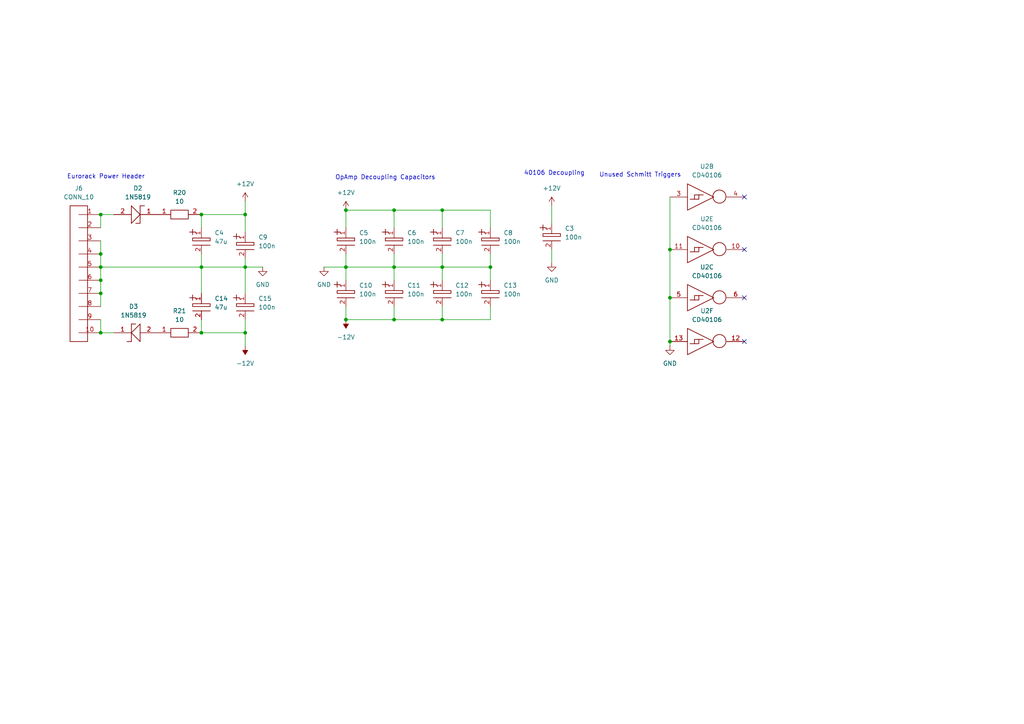
<source format=kicad_sch>
(kicad_sch (version 20250114) (generator "eeschema") (generator_version "9.0")
  (paper "A4")
  (lib_symbols
    (symbol "V_Connector:CONN_10"
      (property "Reference" "J" (at -4.445 24.765 0))
      (property "Value" "CONN_10" (at -4.445 22.225 0))
      (symbol "CONN_10_0_0"
        (rectangle (start -1.27 20.32) (end 3.81 -19.05) (stroke (width 0.2032)))
      )
      (symbol "CONN_10_1_0"
        (pin unspecified line (at -5.08 17.78 0) (length 6.35) (name "~") (number "1"))
        (pin unspecified line (at -5.08 13.97 0) (length 6.35) (name "~") (number "2"))
        (pin unspecified line (at -5.08 10.16 0) (length 6.35) (name "~") (number "3"))
        (pin unspecified line (at -5.08 6.35 0) (length 6.35) (name "~") (number "4"))
        (pin unspecified line (at -5.08 2.54 0) (length 6.35) (name "~") (number "5"))
        (pin unspecified line (at -5.08 -1.27 0) (length 6.35) (name "~") (number "6"))
        (pin unspecified line (at -5.08 -5.08 0) (length 6.35) (name "~") (number "7"))
        (pin unspecified line (at -5.08 -8.89 0) (length 6.35) (name "~") (number "8"))
        (pin unspecified line (at -5.08 -12.7 0) (length 6.35) (name "~") (number "9"))
        (pin unspecified line (at -5.08 -16.51 0) (length 6.35) (name "~") (number "10"))
      )
    )
    (symbol "V_Diode:ZENER"
      (property "Reference" "D" (at -2.54 11.43 0))
      (property "Value" "ZENER" (at -2.54 8.89 0))
      (symbol "ZENER_0_0"
        (polyline (pts (xy -2.54 1.27) (xy -2.54 2.54)) (stroke (width 0.2032)))
        (polyline (pts (xy -2.54 1.27) (xy 2.54 1.27)) (stroke (width 0.2032)))
        (polyline (pts (xy -2.54 -1.27) (xy 2.54 -1.27)) (stroke (width 0.2032)))
        (polyline (pts (xy 0 1.27) (xy -2.54 -1.27)) (stroke (width 0.2032)))
        (polyline (pts (xy 2.54 1.27) (xy 2.54 0)) (stroke (width 0.2032)))
        (polyline (pts (xy 2.54 -1.27) (xy 0 1.27)) (stroke (width 0.2032)))
      )
      (symbol "ZENER_1_0"
        (pin unspecified line (at 0 6.35 270) (length 5.08) (name "~") (number "1"))
        (pin unspecified line (at 0 -6.35 90) (length 5.08) (name "~") (number "2"))
      )
    )
    (symbol "V_Logic:CD40106"
      (property "Reference" "U" (at -10.795 12.7 0))
      (property "Value" "CD40106" (at -10.795 10.16 0))
      (symbol "CD40106_0_0"
        (polyline (pts (xy -6.35 3.81) (xy -6.35 -3.81) (xy 1.27 0) (xy -6.35 3.81)) (stroke (width 0.2032)))
        (polyline (pts (xy -4.318 -0.635) (xy -4.318 0.635) (xy -1.778 0.635)) (stroke (width 0.2032)))
        (polyline (pts (xy -3.048 0.635) (xy -3.048 -0.635) (xy -5.588 -0.635)) (stroke (width 0.2032)))
        (circle (center 2.921 0.127) (radius 1.905) (stroke (width 0.2032)))
      )
      (symbol "CD40106_1_0"
        (pin unspecified line (at -11.43 0 0) (length 5.08) (name "~") (number "1"))
        (pin unspecified line (at -2.54 7.62 270) (length 5.08) (name "~") (number "14"))
        (pin unspecified line (at -2.54 -7.62 90) (length 5.08) (name "~") (number "7"))
        (pin unspecified line (at 10.16 0 180) (length 5.08) (name "~") (number "2"))
      )
      (symbol "CD40106_2_0"
        (pin unspecified line (at -11.43 0 0) (length 5.08) (name "~") (number "3"))
        (pin unspecified line (at 10.16 0 180) (length 5.08) (name "~") (number "4"))
      )
      (symbol "CD40106_3_0"
        (pin unspecified line (at -11.43 0 0) (length 5.08) (name "~") (number "5"))
        (pin unspecified line (at 10.16 0 180) (length 5.08) (name "~") (number "6"))
      )
      (symbol "CD40106_4_0"
        (pin unspecified line (at -11.43 0 0) (length 5.08) (name "~") (number "9"))
        (pin unspecified line (at 10.16 0 180) (length 5.08) (name "~") (number "8"))
      )
      (symbol "CD40106_5_0"
        (pin unspecified line (at -11.43 0 0) (length 5.08) (name "~") (number "11"))
        (pin unspecified line (at 10.16 0 180) (length 5.08) (name "~") (number "10"))
      )
      (symbol "CD40106_6_0"
        (pin unspecified line (at -11.43 0 0) (length 5.08) (name "~") (number "13"))
        (pin unspecified line (at 10.16 0 180) (length 5.08) (name "~") (number "12"))
      )
    )
    (symbol "V_Passive:C-ELECTRO_RA1_2"
      (property "Reference" "C" (at -3.175 8.89 0))
      (property "Value" "C-ELECTRO_RA1_2" (at -3.175 6.35 0))
      (symbol "C-ELECTRO_RA1_2_0_0"
        (polyline (pts (xy -3.81 1.27) (xy 1.27 1.27)) (stroke (width 0.2032)))
        (polyline (pts (xy 1.27 -0.8128) (xy -3.81 -0.8128) (xy -3.81 0) (xy 1.27 0) (xy 1.27 -0.8128)) (stroke (width 0.2032)))
        (polyline (pts (xy 1.27 -1.778) (xy 1.27 -3.3528)) (stroke (width 0.2032)))
        (polyline (pts (xy 2.159 -2.54) (xy 0.3302 -2.54)) (stroke (width 0.2032)))
      )
      (symbol "C-ELECTRO_RA1_2_1_0"
        (pin unspecified line (at -1.27 3.81 270) (length 2.54) (name "~") (number "2"))
        (pin unspecified line (at -1.27 -3.81 90) (length 3.048) (name "~") (number "1"))
      )
    )
    (symbol "V_Passive:C-ELECTRO_RA1_3"
      (property "Reference" "C" (at -3.175 8.89 0))
      (property "Value" "C-ELECTRO_RA1_3" (at -3.175 6.35 0))
      (symbol "C-ELECTRO_RA1_3_0_0"
        (polyline (pts (xy -3.81 1.27) (xy 1.27 1.27)) (stroke (width 0.2032)))
        (polyline (pts (xy 1.27 -0.8128) (xy -3.81 -0.8128) (xy -3.81 0) (xy 1.27 0) (xy 1.27 -0.8128)) (stroke (width 0.2032)))
        (polyline (pts (xy 1.27 -1.778) (xy 1.27 -3.3528)) (stroke (width 0.2032)))
        (polyline (pts (xy 2.159 -2.54) (xy 0.3302 -2.54)) (stroke (width 0.2032)))
      )
      (symbol "C-ELECTRO_RA1_3_1_0"
        (pin unspecified line (at -1.27 3.81 270) (length 2.54) (name "~") (number "2"))
        (pin unspecified line (at -1.27 -3.81 90) (length 3.048) (name "~") (number "1"))
      )
    )
    (symbol "V_Passive:R"
      (property "Reference" "R" (at -1.27 11.43 0))
      (property "Value" "R" (at -1.27 8.89 0))
      (symbol "R_0_0"
        (rectangle (start -1.27 2.54) (end 1.27 -2.54) (stroke (width 0.2032)))
      )
      (symbol "R_1_0"
        (pin unspecified line (at 0 6.35 270) (length 3.81) (name "~") (number "1"))
        (pin unspecified line (at 0 -6.35 90) (length 3.81) (name "~") (number "2"))
      )
    )
    (symbol "power:+15V" (power) (pin_numbers (hide yes)) (pin_names (offset 0) (hide yes))
      (property "Value" "+15V" (at 0 3.556 0))
      (symbol "+15V_0_1"
        (polyline (pts (xy -0.762 1.27) (xy 0 2.54)))
        (polyline (pts (xy 0 2.54) (xy 0.762 1.27)))
        (polyline (pts (xy 0 0) (xy 0 2.54)))
      )
      (symbol "+15V_1_1"
        (pin power_in line (at 0 0 90) (length 0) (name "~") (number "1"))
      )
    )
    (symbol "power:-15V" (power) (pin_numbers (hide yes)) (pin_names (offset 0) (hide yes))
      (property "Value" "-15V" (at 0 3.556 0))
      (symbol "-15V_0_0"
        (pin power_in line (at 0 0 90) (length 0) (name "~") (number "1"))
      )
      (symbol "-15V_0_1"
        (polyline (pts (xy 0 0) (xy 0 1.27) (xy 0.762 1.27) (xy 0 2.54) (xy -0.762 1.27) (xy 0 1.27)) (fill (type outline)))
      )
    )
    (symbol "power:GND" (power) (pin_numbers (hide yes)) (pin_names (offset 0) (hide yes))
      (property "Value" "GND" (at 0 -3.81 0))
      (symbol "GND_0_1"
        (polyline (pts (xy 0 0) (xy 0 -1.27) (xy 1.27 -1.27) (xy 0 -2.54) (xy -1.27 -1.27) (xy 0 -1.27)))
      )
      (symbol "GND_1_1"
        (pin power_in line (at 0 0 270) (length 0) (name "~") (number "1"))
      )
    )
  )
  (text "Unused Schmitt Triggers" (at 185.674 50.8 0) (effects (font (size 1.27 1.27))))
  (text "OpAmp Decoupling Capacitors\n" (at 111.76 51.562 0) (effects (font (size 1.27 1.27))))
  (text "40106 Decoupling" (at 160.782 50.292 0) (effects (font (size 1.27 1.27))))
  (text "Eurorack Power Header" (at 30.734 51.308 0) (effects (font (size 1.27 1.27))))
  (junction (at 58.42 62.23))
  (junction (at 29.21 85.09))
  (junction (at 58.42 96.52))
  (junction (at 29.21 73.66))
  (junction (at 71.12 62.23))
  (junction (at 142.24 77.47))
  (junction (at 194.31 86.36))
  (junction (at 100.33 92.71))
  (junction (at 29.21 96.52))
  (junction (at 71.12 96.52))
  (junction (at 194.31 99.06))
  (junction (at 114.3 77.47))
  (junction (at 128.27 77.47))
  (junction (at 29.21 62.23))
  (junction (at 100.33 60.96))
  (junction (at 114.3 92.71))
  (junction (at 128.27 60.96))
  (junction (at 58.42 77.47))
  (junction (at 71.12 77.47))
  (junction (at 114.3 60.96))
  (junction (at 100.33 77.47))
  (junction (at 194.31 72.39))
  (junction (at 128.27 92.71))
  (junction (at 29.21 77.47))
  (junction (at 29.21 81.28))
  (no_connect (at 215.9 57.15))
  (no_connect (at 215.9 99.06))
  (no_connect (at 215.9 72.39))
  (no_connect (at 215.9 86.36))
  (wire (pts (xy 142.24 60.96) (xy 142.24 66.04)))
  (wire (pts (xy 194.31 86.36) (xy 194.31 72.39)))
  (wire (pts (xy 71.12 96.52) (xy 71.12 100.33)))
  (wire (pts (xy 71.12 62.23) (xy 71.12 67.31)))
  (wire (pts (xy 58.42 73.66) (xy 58.42 77.47)))
  (wire (pts (xy 29.21 77.47) (xy 29.21 81.28)))
  (wire (pts (xy 29.21 69.85) (xy 29.21 73.66)))
  (wire (pts (xy 100.33 77.47) (xy 100.33 81.28)))
  (wire (pts (xy 128.27 73.66) (xy 128.27 77.47)))
  (wire (pts (xy 194.31 99.06) (xy 194.31 86.36)))
  (wire (pts (xy 114.3 88.9) (xy 114.3 92.71)))
  (wire (pts (xy 100.33 73.66) (xy 100.33 77.47)))
  (wire (pts (xy 128.27 77.47) (xy 128.27 81.28)))
  (wire (pts (xy 71.12 96.52) (xy 71.12 92.71)))
  (wire (pts (xy 142.24 88.9) (xy 142.24 92.71)))
  (wire (pts (xy 114.3 92.71) (xy 100.33 92.71)))
  (wire (pts (xy 100.33 77.47) (xy 114.3 77.47)))
  (wire (pts (xy 194.31 57.15) (xy 194.31 72.39)))
  (wire (pts (xy 29.21 73.66) (xy 29.21 77.47)))
  (wire (pts (xy 71.12 58.42) (xy 71.12 62.23)))
  (wire (pts (xy 29.21 85.09) (xy 29.21 88.9)))
  (wire (pts (xy 128.27 60.96) (xy 128.27 66.04)))
  (wire (pts (xy 58.42 62.23) (xy 71.12 62.23)))
  (wire (pts (xy 58.42 92.71) (xy 58.42 96.52)))
  (wire (pts (xy 100.33 60.96) (xy 114.3 60.96)))
  (wire (pts (xy 114.3 77.47) (xy 128.27 77.47)))
  (wire (pts (xy 71.12 77.47) (xy 71.12 74.93)))
  (wire (pts (xy 160.02 72.39) (xy 160.02 76.2)))
  (wire (pts (xy 100.33 88.9) (xy 100.33 92.71)))
  (wire (pts (xy 128.27 88.9) (xy 128.27 92.71)))
  (wire (pts (xy 128.27 60.96) (xy 142.24 60.96)))
  (wire (pts (xy 100.33 60.96) (xy 100.33 66.04)))
  (wire (pts (xy 142.24 77.47) (xy 142.24 81.28)))
  (wire (pts (xy 160.02 59.69) (xy 160.02 64.77)))
  (wire (pts (xy 128.27 92.71) (xy 142.24 92.71)))
  (wire (pts (xy 71.12 77.47) (xy 76.2 77.47)))
  (wire (pts (xy 128.27 77.47) (xy 142.24 77.47)))
  (wire (pts (xy 114.3 60.96) (xy 114.3 66.04)))
  (wire (pts (xy 29.21 62.23) (xy 29.21 66.04)))
  (wire (pts (xy 29.21 96.52) (xy 33.02 96.52)))
  (wire (pts (xy 58.42 77.47) (xy 58.42 85.09)))
  (wire (pts (xy 93.98 77.47) (xy 100.33 77.47)))
  (wire (pts (xy 114.3 92.71) (xy 128.27 92.71)))
  (wire (pts (xy 194.31 100.33) (xy 194.31 99.06)))
  (wire (pts (xy 29.21 62.23) (xy 33.02 62.23)))
  (wire (pts (xy 142.24 73.66) (xy 142.24 77.47)))
  (wire (pts (xy 114.3 73.66) (xy 114.3 77.47)))
  (wire (pts (xy 58.42 96.52) (xy 71.12 96.52)))
  (wire (pts (xy 58.42 77.47) (xy 71.12 77.47)))
  (wire (pts (xy 29.21 77.47) (xy 58.42 77.47)))
  (wire (pts (xy 29.21 81.28) (xy 29.21 85.09)))
  (wire (pts (xy 114.3 77.47) (xy 114.3 81.28)))
  (wire (pts (xy 29.21 92.71) (xy 29.21 96.52)))
  (wire (pts (xy 114.3 60.96) (xy 128.27 60.96)))
  (wire (pts (xy 58.42 62.23) (xy 58.42 66.04)))
  (wire (pts (xy 71.12 77.47) (xy 71.12 85.09)))
  (symbol (lib_id "power:+15V") (at 160.02 59.69 0) (unit 1)
    (property "Reference" "#PWR026" (effects (hide yes)))
    (property "Value" "+12V" (at 160.02 54.61 0))
    (property "Description" "Power symbol creates a global label with name \"+15V\"" (effects (hide yes)))
    (instances (project "mki_vco" (path "" (reference "#PWR026") (unit 1))) (project "mki_vco" (path "" (reference "#PWR019") (unit 1))))
  )
  (symbol (lib_id "power:GND") (at 93.98 77.47 0) (unit 1)
    (property "Reference" "#PWR030" (effects (hide yes)))
    (property "Value" "GND" (at 93.98 82.55 0))
    (property "Description" "Power symbol creates a global label with name \"GND\" , ground" (effects (hide yes)))
    (instances (project "mki_vco" (path "" (reference "#PWR030") (unit 1))) (project "mki_vco" (path "" (reference "#PWR06") (unit 1))))
  )
  (symbol (lib_id "V_Passive:C-ELECTRO_RA1_2") (at 140.97 69.85 180) (unit 1)
    (property "Reference" "C8" (at 146.05 67.5385 0) (effects (justify right)))
    (property "Value" "100n" (at 146.05 70.0785 0) (effects (justify right)))
    (property "Footprint" "RA1_2" (effects (hide yes)))
  )
  (symbol (lib_id "power:GND") (at 160.02 76.2 0) (unit 1)
    (property "Reference" "#PWR028" (effects (hide yes)))
    (property "Value" "GND" (at 160.02 81.28 0))
    (property "Description" "Power symbol creates a global label with name \"GND\" , ground" (effects (hide yes)))
    (instances (project "mki_vco" (path "" (reference "#PWR028") (unit 1))) (project "mki_vco" (path "" (reference "#PWR020") (unit 1))))
  )
  (symbol (lib_id "V_Passive:C-ELECTRO_RA1_2") (at 69.85 71.12 180) (unit 1)
    (property "Reference" "C9" (at 74.93 68.8085 0) (effects (justify right)))
    (property "Value" "100n" (at 74.93 71.3485 0) (effects (justify right)))
    (property "Footprint" "RA1_2" (effects (hide yes)))
    (instances (project "" (path "" (reference "C9") (unit 1))) (project "" (path "" (reference "C3") (unit 1))))
  )
  (symbol (lib_id "power:+15V") (at 71.12 58.42 0) (unit 1)
    (property "Reference" "#PWR025" (effects (hide yes)))
    (property "Value" "+12V" (at 71.12 53.34 0))
    (property "Description" "Power symbol creates a global label with name \"+15V\"" (effects (hide yes)))
    (instances (project "" (path "" (reference "#PWR025") (unit 1))) (project "" (path "" (reference "#PWR01") (unit 1))))
  )
  (symbol (lib_id "V_Passive:C-ELECTRO_RA1_2") (at 99.06 69.85 180) (unit 1)
    (property "Reference" "C5" (at 104.14 67.5385 0) (effects (justify right)))
    (property "Value" "100n" (at 104.14 70.0785 0) (effects (justify right)))
    (property "Footprint" "RA1_2" (effects (hide yes)))
  )
  (symbol (lib_id "V_Passive:R") (at 52.07 62.23 90) (unit 1)
    (property "Reference" "R20" (at 52.07 55.88 90))
    (property "Value" "10" (at 52.07 58.42 90))
    (property "Footprint" "AX3_1" (effects (hide yes)))
    (instances (project "mki_vco" (path "" (reference "R20") (unit 1))) (project "mki_vco" (path "" (reference "R1") (unit 1))))
  )
  (symbol (lib_id "power:-15V") (at 71.12 100.33 180) (unit 1)
    (property "Reference" "#PWR032" (effects (hide yes)))
    (property "Value" "-12V" (at 71.12 105.41 0))
    (property "Description" "Power symbol creates a global label with name \"-15V\"" (effects (hide yes)))
    (instances (project "" (path "" (reference "#PWR032") (unit 1))) (project "" (path "" (reference "#PWR03") (unit 1))))
  )
  (symbol (lib_id "V_Logic:CD40106") (at 205.74 57.15 0) (unit 2)
    (property "Reference" "U2" (at 205.0542 48.26 0))
    (property "Value" "CD40106" (at 205.0542 50.8 0))
    (property "Footprint" "DIP14" (effects (hide yes)))
  )
  (symbol (lib_id "V_Diode:ZENER") (at 39.37 62.23 270) (unit 1)
    (property "Reference" "D2" (at 40.005 54.61 90))
    (property "Value" "1N5819" (at 40.005 57.15 90))
    (property "Footprint" "AX3_1" (effects (hide yes)))
    (instances (project "" (path "" (reference "D2") (unit 1))) (project "" (path "" (reference "D1") (unit 1))))
  )
  (symbol (lib_id "V_Passive:C-ELECTRO_RA1_2") (at 69.85 88.9 180) (unit 1)
    (property "Reference" "C15" (at 74.93 86.5885 0) (effects (justify right)))
    (property "Value" "100n" (at 74.93 89.1285 0) (effects (justify right)))
    (property "Footprint" "RA1_2" (effects (hide yes)))
    (instances (project "mki_vco" (path "" (reference "C15") (unit 1))) (project "mki_vco" (path "" (reference "C4") (unit 1))))
  )
  (symbol (lib_id "V_Logic:CD40106") (at 205.74 99.06 0) (unit 6)
    (property "Reference" "U2" (at 205.0542 90.17 0))
    (property "Value" "CD40106" (at 205.0542 92.71 0))
    (property "Footprint" "DIP14" (effects (hide yes)))
  )
  (symbol (lib_id "V_Passive:C-ELECTRO_RA1_2") (at 140.97 85.09 180) (unit 1)
    (property "Reference" "C13" (at 146.05 82.7785 0) (effects (justify right)))
    (property "Value" "100n" (at 146.05 85.3185 0) (effects (justify right)))
    (property "Footprint" "RA1_2" (effects (hide yes)))
  )
  (symbol (lib_id "power:+15V") (at 100.33 60.96 0) (unit 1)
    (property "Reference" "#PWR027" (effects (hide yes)))
    (property "Value" "+12V" (at 100.33 55.88 0))
    (property "Description" "Power symbol creates a global label with name \"+15V\"" (effects (hide yes)))
    (instances (project "mki_vco" (path "" (reference "#PWR027") (unit 1))) (project "mki_vco" (path "" (reference "#PWR04") (unit 1))))
  )
  (symbol (lib_id "V_Passive:C-ELECTRO_RA1_3") (at 57.15 69.85 180) (unit 1)
    (property "Reference" "C4" (at 62.23 67.5385 0) (effects (justify right)))
    (property "Value" "47u" (at 62.23 70.0785 0) (effects (justify right)))
    (property "Footprint" "RA1_3" (effects (hide yes)))
    (instances (project "" (path "" (reference "C4") (unit 1))) (project "" (path "" (reference "C1") (unit 1))))
  )
  (symbol (lib_id "V_Passive:C-ELECTRO_RA1_2") (at 99.06 85.09 180) (unit 1)
    (property "Reference" "C10" (at 104.14 82.7785 0) (effects (justify right)))
    (property "Value" "100n" (at 104.14 85.3185 0) (effects (justify right)))
    (property "Footprint" "RA1_2" (effects (hide yes)))
    (instances (project "mki_vco" (path "" (reference "C10") (unit 1))) (project "mki_vco" (path "" (reference "C6") (unit 1))))
  )
  (symbol (lib_id "V_Passive:C-ELECTRO_RA1_2") (at 158.75 68.58 180) (unit 1)
    (property "Reference" "C3" (at 163.83 66.2685 0) (effects (justify right)))
    (property "Value" "100n" (at 163.83 68.8085 0) (effects (justify right)))
    (property "Footprint" "RA1_2" (effects (hide yes)))
    (instances (project "mki_vco" (path "" (reference "C3") (unit 1))) (project "mki_vco" (path "" (reference "C15") (unit 1))))
  )
  (symbol (lib_id "V_Passive:C-ELECTRO_RA1_2") (at 113.03 69.85 180) (unit 1)
    (property "Reference" "C6" (at 118.11 67.5385 0) (effects (justify right)))
    (property "Value" "100n" (at 118.11 70.0785 0) (effects (justify right)))
    (property "Footprint" "RA1_2" (effects (hide yes)))
    (instances (project "mki_vco" (path "" (reference "C6") (unit 1))) (project "mki_vco" (path "" (reference "C7") (unit 1))))
  )
  (symbol (lib_id "V_Logic:CD40106") (at 205.74 72.39 0) (unit 5)
    (property "Reference" "U2" (at 205.0542 63.5 0))
    (property "Value" "CD40106" (at 205.0542 66.04 0))
    (property "Footprint" "DIP14" (effects (hide yes)))
  )
  (symbol (lib_id "power:GND") (at 76.2 77.47 0) (unit 1)
    (property "Reference" "#PWR029" (effects (hide yes)))
    (property "Value" "GND" (at 76.2 82.55 0))
    (property "Description" "Power symbol creates a global label with name \"GND\" , ground" (effects (hide yes)))
    (instances (project "" (path "" (reference "#PWR029") (unit 1))) (project "" (path "" (reference "#PWR02") (unit 1))))
  )
  (symbol (lib_id "V_Passive:C-ELECTRO_RA1_3") (at 57.15 88.9 180) (unit 1)
    (property "Reference" "C14" (at 62.23 86.5885 0) (effects (justify right)))
    (property "Value" "47u" (at 62.23 89.1285 0) (effects (justify right)))
    (property "Footprint" "RA1_3" (effects (hide yes)))
    (instances (project "mki_vco" (path "" (reference "C14") (unit 1))) (project "mki_vco" (path "" (reference "C2") (unit 1))))
  )
  (symbol (lib_id "V_Passive:R") (at 52.07 96.52 90) (unit 1)
    (property "Reference" "R21" (at 52.07 90.17 90))
    (property "Value" "10" (at 52.07 92.71 90))
    (property "Footprint" "AX3_1" (effects (hide yes)))
    (instances (project "mki_vco" (path "" (reference "R21") (unit 1))) (project "mki_vco" (path "" (reference "R2") (unit 1))))
  )
  (symbol (lib_id "V_Passive:C-ELECTRO_RA1_2") (at 113.03 85.09 180) (unit 1)
    (property "Reference" "C11" (at 118.11 82.7785 0) (effects (justify right)))
    (property "Value" "100n" (at 118.11 85.3185 0) (effects (justify right)))
    (property "Footprint" "RA1_2" (effects (hide yes)))
    (instances (project "mki_vco" (path "" (reference "C11") (unit 1))) (project "mki_vco" (path "" (reference "C8") (unit 1))))
  )
  (symbol (lib_id "power:GND") (at 194.31 100.33 0) (unit 1)
    (property "Reference" "#PWR033" (effects (hide yes)))
    (property "Value" "GND" (at 194.31 105.41 0))
    (property "Description" "Power symbol creates a global label with name \"GND\" , ground" (effects (hide yes)))
  )
  (symbol (lib_id "V_Passive:C-ELECTRO_RA1_2") (at 127 69.85 180) (unit 1)
    (property "Reference" "C7" (at 132.08 67.5385 0) (effects (justify right)))
    (property "Value" "100n" (at 132.08 70.0785 0) (effects (justify right)))
    (property "Footprint" "RA1_2" (effects (hide yes)))
    (instances (project "mki_vco" (path "" (reference "C7") (unit 1))) (project "mki_vco" (path "" (reference "C9") (unit 1))))
  )
  (symbol (lib_id "V_Diode:ZENER") (at 39.37 96.52 90) (unit 1)
    (property "Reference" "D3" (at 38.735 88.9 90))
    (property "Value" "1N5819" (at 38.735 91.44 90))
    (property "Footprint" "AX3_1" (effects (hide yes)))
    (instances (project "mki_vco" (path "" (reference "D3") (unit 1))) (project "mki_vco" (path "" (reference "D2") (unit 1))))
  )
  (symbol (lib_id "V_Passive:C-ELECTRO_RA1_2") (at 127 85.09 180) (unit 1)
    (property "Reference" "C12" (at 132.08 82.7785 0) (effects (justify right)))
    (property "Value" "100n" (at 132.08 85.3185 0) (effects (justify right)))
    (property "Footprint" "RA1_2" (effects (hide yes)))
    (instances (project "mki_vco" (path "" (reference "C12") (unit 1))) (project "mki_vco" (path "" (reference "C10") (unit 1))))
  )
  (symbol (lib_id "power:-15V") (at 100.33 92.71 180) (unit 1)
    (property "Reference" "#PWR031" (effects (hide yes)))
    (property "Value" "-12V" (at 100.33 97.79 0))
    (property "Description" "Power symbol creates a global label with name \"-15V\"" (effects (hide yes)))
    (instances (project "mki_vco" (path "" (reference "#PWR031") (unit 1))) (project "mki_vco" (path "" (reference "#PWR05") (unit 1))))
  )
  (symbol (lib_id "V_Logic:CD40106") (at 205.74 86.36 0) (unit 3)
    (property "Reference" "U2" (at 205.0542 77.47 0))
    (property "Value" "CD40106" (at 205.0542 80.01 0))
    (property "Footprint" "DIP14" (effects (hide yes)))
  )
  (symbol (lib_id "V_Connector:CONN_10") (at 24.13 80.01 0) (mirror y) (unit 1)
    (property "Reference" "J6" (at 22.86 54.61 0))
    (property "Value" "CONN_10" (at 22.86 57.15 0))
    (property "Footprint" "HEAD5_2" (effects (hide yes)))
    (instances (project "mki_vco" (path "" (reference "J6") (unit 1))) (project "mki_vco" (path "" (reference "J1") (unit 1))))
  )
)
</source>
